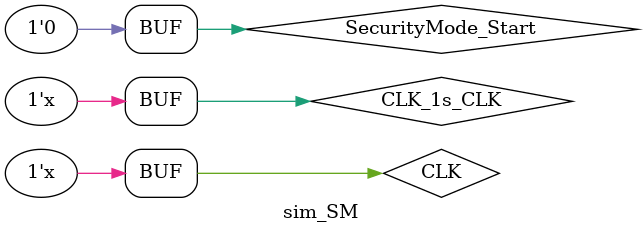
<source format=v>
`timescale 1ns / 1ps


module sim_SM(

    );
    reg CLK;
    reg CLK_1s_CLK;
    reg SecurityMode_Start;
    wire SecurityModeTimeUp;
    wire [9:0]SecurityModeTime1;
    wire [9:0]SecurityModeTime2;
    initial
    begin
        CLK = 0;
        CLK_1s_CLK = 0;
        SecurityMode_Start = 0;
    end
    SecurityMode SeM(CLK_1s_CLK, CLK, SecurityMode_Start, SecurityModeTimeUp, SecurityModeTime1, SecurityModeTime2);
    always #1
        CLK = CLK + 1;
    always #10
        CLK_1s_CLK = CLK_1s_CLK + 1;
    always #600
    begin
        SecurityMode_Start = 1;
        #600;
        SecurityMode_Start = 0;
    end
endmodule

</source>
